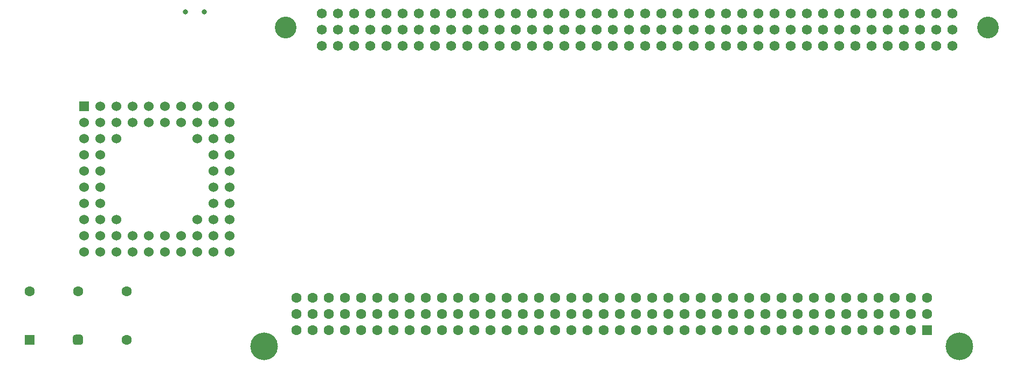
<source format=gbr>
%TF.GenerationSoftware,KiCad,Pcbnew,5.1.9+dfsg1-1~bpo10+1*%
%TF.CreationDate,2023-04-26T15:41:01+02:00*%
%TF.ProjectId,IIsiPDSAdapter,49497369-5044-4534-9164-61707465722e,rev?*%
%TF.SameCoordinates,Original*%
%TF.FileFunction,Soldermask,Bot*%
%TF.FilePolarity,Negative*%
%FSLAX46Y46*%
G04 Gerber Fmt 4.6, Leading zero omitted, Abs format (unit mm)*
G04 Created by KiCad (PCBNEW 5.1.9+dfsg1-1~bpo10+1) date 2023-04-26 15:41:01*
%MOMM*%
%LPD*%
G01*
G04 APERTURE LIST*
%ADD10C,0.800000*%
%ADD11C,1.600000*%
%ADD12R,1.600000X1.600000*%
%ADD13C,1.524000*%
%ADD14R,1.524000X1.524000*%
%ADD15C,4.335000*%
%ADD16C,1.605000*%
%ADD17R,1.605000X1.605000*%
%ADD18C,3.403600*%
%ADD19C,1.574800*%
G04 APERTURE END LIST*
D10*
%TO.C,S1*%
X83500000Y-100000000D03*
X86500000Y-100000000D03*
%TD*%
%TO.C,X1*%
G36*
G01*
X65820000Y-151900000D02*
X65820000Y-151100000D01*
G75*
G02*
X66220000Y-150700000I400000J0D01*
G01*
X67020000Y-150700000D01*
G75*
G02*
X67420000Y-151100000I0J-400000D01*
G01*
X67420000Y-151900000D01*
G75*
G02*
X67020000Y-152300000I-400000J0D01*
G01*
X66220000Y-152300000D01*
G75*
G02*
X65820000Y-151900000I0J400000D01*
G01*
G37*
D11*
X66620000Y-143880000D03*
X74240000Y-151500000D03*
X74240000Y-143880000D03*
X59000000Y-143880000D03*
D12*
X59000000Y-151500000D03*
%TD*%
D13*
%TO.C,J2*%
X90430000Y-114820000D03*
X87890000Y-114820000D03*
X85350000Y-114820000D03*
X82810000Y-114820000D03*
X80270000Y-114820000D03*
X77730000Y-114820000D03*
X75190000Y-114820000D03*
X72650000Y-114820000D03*
X70110000Y-114820000D03*
D14*
X67570000Y-114820000D03*
D13*
X90430000Y-117360000D03*
X87890000Y-117360000D03*
X85350000Y-117360000D03*
X82810000Y-117360000D03*
X80270000Y-117360000D03*
X77730000Y-117360000D03*
X75190000Y-117360000D03*
X72650000Y-117360000D03*
X70110000Y-117360000D03*
X67570000Y-117360000D03*
X90430000Y-119900000D03*
X87890000Y-119900000D03*
X85350000Y-119900000D03*
X72650000Y-119900000D03*
X70110000Y-119900000D03*
X67570000Y-119900000D03*
X90430000Y-122440000D03*
X87890000Y-122440000D03*
X70110000Y-122440000D03*
X67570000Y-122440000D03*
X90430000Y-124980000D03*
X87890000Y-124980000D03*
X70110000Y-124980000D03*
X67570000Y-124980000D03*
X90430000Y-127520000D03*
X87890000Y-127520000D03*
X70110000Y-127520000D03*
X67570000Y-127520000D03*
X90430000Y-130060000D03*
X87890000Y-130060000D03*
X70110000Y-130060000D03*
X67570000Y-130060000D03*
X90430000Y-132600000D03*
X87890000Y-132600000D03*
X85350000Y-132600000D03*
X72650000Y-132600000D03*
X70110000Y-132600000D03*
X67570000Y-132600000D03*
X90430000Y-135140000D03*
X87890000Y-135140000D03*
X85350000Y-135140000D03*
X82810000Y-135140000D03*
X80270000Y-135140000D03*
X77730000Y-135140000D03*
X75190000Y-135140000D03*
X72650000Y-135140000D03*
X70110000Y-135140000D03*
X67570000Y-135140000D03*
X90430000Y-137680000D03*
X87890000Y-137680000D03*
X85350000Y-137680000D03*
X82810000Y-137680000D03*
X80270000Y-137680000D03*
X77730000Y-137680000D03*
X75190000Y-137680000D03*
X72650000Y-137680000D03*
X70110000Y-137680000D03*
X67570000Y-137680000D03*
%TD*%
D15*
%TO.C,J1*%
X95860000Y-152540000D03*
X205080000Y-152540000D03*
D16*
X100940000Y-144920000D03*
X103480000Y-144920000D03*
X106020000Y-144920000D03*
X108560000Y-144920000D03*
X111100000Y-144920000D03*
X113640000Y-144920000D03*
X116180000Y-144920000D03*
X118720000Y-144920000D03*
X121260000Y-144920000D03*
X123800000Y-144920000D03*
X126340000Y-144920000D03*
X128880000Y-144920000D03*
X131420000Y-144920000D03*
X133960000Y-144920000D03*
X136500000Y-144920000D03*
X139040000Y-144920000D03*
X141580000Y-144920000D03*
X144120000Y-144920000D03*
X146660000Y-144920000D03*
X149200000Y-144920000D03*
X151740000Y-144920000D03*
X154280000Y-144920000D03*
X156820000Y-144920000D03*
X159360000Y-144920000D03*
X161900000Y-144920000D03*
X164440000Y-144920000D03*
X166980000Y-144920000D03*
X169520000Y-144920000D03*
X172060000Y-144920000D03*
X174600000Y-144920000D03*
X177140000Y-144920000D03*
X179680000Y-144920000D03*
X182220000Y-144920000D03*
X184760000Y-144920000D03*
X187300000Y-144920000D03*
X189840000Y-144920000D03*
X192380000Y-144920000D03*
X194920000Y-144920000D03*
X197460000Y-144920000D03*
X200000000Y-144920000D03*
X100940000Y-147460000D03*
X103480000Y-147460000D03*
X106020000Y-147460000D03*
X108560000Y-147460000D03*
X111100000Y-147460000D03*
X113640000Y-147460000D03*
X116180000Y-147460000D03*
X118720000Y-147460000D03*
X121260000Y-147460000D03*
X123800000Y-147460000D03*
X126340000Y-147460000D03*
X128880000Y-147460000D03*
X131420000Y-147460000D03*
X133960000Y-147460000D03*
X136500000Y-147460000D03*
X139040000Y-147460000D03*
X141580000Y-147460000D03*
X144120000Y-147460000D03*
X146660000Y-147460000D03*
X149200000Y-147460000D03*
X151740000Y-147460000D03*
X154280000Y-147460000D03*
X156820000Y-147460000D03*
X159360000Y-147460000D03*
X161900000Y-147460000D03*
X164440000Y-147460000D03*
X166980000Y-147460000D03*
X169520000Y-147460000D03*
X172060000Y-147460000D03*
X174600000Y-147460000D03*
X177140000Y-147460000D03*
X179680000Y-147460000D03*
X182220000Y-147460000D03*
X184760000Y-147460000D03*
X187300000Y-147460000D03*
X189840000Y-147460000D03*
X192380000Y-147460000D03*
X194920000Y-147460000D03*
X197460000Y-147460000D03*
X200000000Y-147460000D03*
X100940000Y-150000000D03*
X103480000Y-150000000D03*
X106020000Y-150000000D03*
X108560000Y-150000000D03*
X111100000Y-150000000D03*
X113640000Y-150000000D03*
X116180000Y-150000000D03*
X118720000Y-150000000D03*
X121260000Y-150000000D03*
X123800000Y-150000000D03*
X126340000Y-150000000D03*
X128880000Y-150000000D03*
X131420000Y-150000000D03*
X133960000Y-150000000D03*
X136500000Y-150000000D03*
X139040000Y-150000000D03*
X141580000Y-150000000D03*
X144120000Y-150000000D03*
X146660000Y-150000000D03*
X149200000Y-150000000D03*
X151740000Y-150000000D03*
X154280000Y-150000000D03*
X156820000Y-150000000D03*
X159360000Y-150000000D03*
X161900000Y-150000000D03*
X164440000Y-150000000D03*
X166980000Y-150000000D03*
X169520000Y-150000000D03*
X172060000Y-150000000D03*
X174600000Y-150000000D03*
X177140000Y-150000000D03*
X179680000Y-150000000D03*
X182220000Y-150000000D03*
X184760000Y-150000000D03*
X187300000Y-150000000D03*
X189840000Y-150000000D03*
X192380000Y-150000000D03*
X194920000Y-150000000D03*
X197460000Y-150000000D03*
D17*
X200000000Y-150000000D03*
%TD*%
D18*
%TO.C,J3*%
X209576100Y-102535200D03*
X99263900Y-102535200D03*
D19*
X104890000Y-105380000D03*
X107430000Y-105380000D03*
X109970000Y-105380000D03*
X112510000Y-105380000D03*
X115050000Y-105380000D03*
X117590000Y-105380000D03*
X120130000Y-105380000D03*
X122670000Y-105380000D03*
X125210000Y-105380000D03*
X127750000Y-105380000D03*
X130290000Y-105380000D03*
X132830000Y-105380000D03*
X135370000Y-105380000D03*
X137910000Y-105380000D03*
X140450000Y-105380000D03*
X142990000Y-105380000D03*
X145530000Y-105380000D03*
X148070000Y-105380000D03*
X150610000Y-105380000D03*
X153150000Y-105380000D03*
X155690000Y-105380000D03*
X158230000Y-105380000D03*
X160770000Y-105380000D03*
X163310000Y-105380000D03*
X165850000Y-105380000D03*
X168390000Y-105380000D03*
X170930000Y-105380000D03*
X173470000Y-105380000D03*
X176010000Y-105380000D03*
X178550000Y-105380000D03*
X181090000Y-105380000D03*
X183630000Y-105380000D03*
X186170000Y-105380000D03*
X188710000Y-105380000D03*
X191250000Y-105380000D03*
X193790000Y-105380000D03*
X196330000Y-105380000D03*
X198870000Y-105380000D03*
X201410000Y-105380000D03*
X203950000Y-105380000D03*
X104890000Y-102840000D03*
X107430000Y-102840000D03*
X109970000Y-102840000D03*
X112510000Y-102840000D03*
X115050000Y-102840000D03*
X117590000Y-102840000D03*
X120130000Y-102840000D03*
X122670000Y-102840000D03*
X125210000Y-102840000D03*
X127750000Y-102840000D03*
X130290000Y-102840000D03*
X132830000Y-102840000D03*
X135370000Y-102840000D03*
X137910000Y-102840000D03*
X140450000Y-102840000D03*
X142990000Y-102840000D03*
X145530000Y-102840000D03*
X148070000Y-102840000D03*
X150610000Y-102840000D03*
X153150000Y-102840000D03*
X155690000Y-102840000D03*
X158230000Y-102840000D03*
X160770000Y-102840000D03*
X163310000Y-102840000D03*
X165850000Y-102840000D03*
X168390000Y-102840000D03*
X170930000Y-102840000D03*
X173470000Y-102840000D03*
X176010000Y-102840000D03*
X178550000Y-102840000D03*
X181090000Y-102840000D03*
X183630000Y-102840000D03*
X186170000Y-102840000D03*
X188710000Y-102840000D03*
X191250000Y-102840000D03*
X193790000Y-102840000D03*
X196330000Y-102840000D03*
X198870000Y-102840000D03*
X201410000Y-102840000D03*
X203950000Y-102840000D03*
X104890000Y-100300000D03*
X107430000Y-100300000D03*
X109970000Y-100300000D03*
X112510000Y-100300000D03*
X115050000Y-100300000D03*
X117590000Y-100300000D03*
X120130000Y-100300000D03*
X122670000Y-100300000D03*
X125210000Y-100300000D03*
X127750000Y-100300000D03*
X130290000Y-100300000D03*
X132830000Y-100300000D03*
X135370000Y-100300000D03*
X137910000Y-100300000D03*
X140450000Y-100300000D03*
X142990000Y-100300000D03*
X145530000Y-100300000D03*
X148070000Y-100300000D03*
X150610000Y-100300000D03*
X153150000Y-100300000D03*
X155690000Y-100300000D03*
X158230000Y-100300000D03*
X160770000Y-100300000D03*
X163310000Y-100300000D03*
X165850000Y-100300000D03*
X168390000Y-100300000D03*
X170930000Y-100300000D03*
X173470000Y-100300000D03*
X176010000Y-100300000D03*
X178550000Y-100300000D03*
X181090000Y-100300000D03*
X183630000Y-100300000D03*
X186170000Y-100300000D03*
X188710000Y-100300000D03*
X191250000Y-100300000D03*
X193790000Y-100300000D03*
X196330000Y-100300000D03*
X198870000Y-100300000D03*
X201410000Y-100300000D03*
X203950000Y-100300000D03*
%TD*%
M02*

</source>
